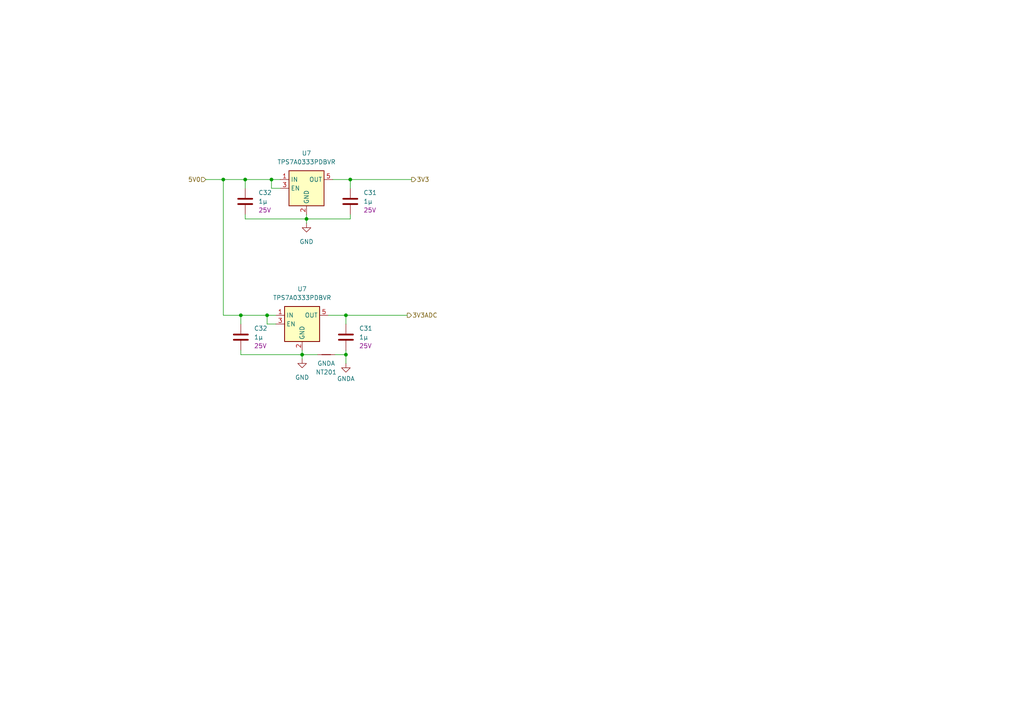
<source format=kicad_sch>
(kicad_sch (version 20230121) (generator eeschema)
  (paper "A4")
  (lib_symbols
    (symbol "Device:NetTie_2" (pin_numbers hide) (pin_names (offset 0) hide) (in_bom no)
      (property "Reference" "NT" (at 0 1.27 0))
      (property "Value" "NetTie_2" (at 0 -1.27 0))
      (symbol "NetTie_2_0_1"
        (polyline (pts (xy -1.27 0) (xy 1.27 0)) (stroke (width 0.254)))
      )
      (symbol "NetTie_2_1_1"
        (pin passive line (at -2.54 0 0) (length 2.54) (name "1") (number "1"))
        (pin passive line (at 2.54 0 180) (length 2.54) (name "2") (number "2"))
      )
    )
    (symbol "ETI_lib:Capacitor_0603/EBS10417" (pin_numbers hide) (pin_names (offset 0.254))
      (property "Reference" "C" (at 0.635 2.54 0))
      (property "Value" "1µ" (at 0.635 -2.54 0))
      (property "Voltage" "25V" (at 0 0 0))
      (symbol "Capacitor_0603/EBS10417_0_1"
        (polyline (pts (xy -2.032 -0.762) (xy 2.032 -0.762)) (stroke (width 0.508)))
        (polyline (pts (xy -2.032 0.762) (xy 2.032 0.762)) (stroke (width 0.508)))
      )
      (symbol "Capacitor_0603/EBS10417_1_1"
        (pin passive line (at 0 3.81 270) (length 2.794) (name "~") (number "1"))
        (pin passive line (at 0 -3.81 90) (length 2.794) (name "~") (number "2"))
      )
    )
    (symbol "Regulator_Linear:TPS7A0533PDBV"
      (property "Reference" "U" (at -3.81 6.35 0))
      (property "Value" "TPS7A0533PDBV" (at 6.35 6.35 0))
      (symbol "TPS7A0533PDBV_0_1"
        (rectangle (start -5.08 -5.08) (end 5.08 5.08) (stroke (width 0.254)) (fill (type background)))
        (pin power_in line (at -7.62 2.54 0) (length 2.54) (name "IN") (number "1"))
        (pin power_in line (at 0 -7.62 90) (length 2.54) (name "GND") (number "2"))
        (pin input line (at -7.62 0 0) (length 2.54) (name "EN") (number "3"))
        (pin no_connect line (at 5.08 0 180) (length 2.54) hide (name "NC") (number "4"))
        (pin power_out line (at 7.62 2.54 180) (length 2.54) (name "OUT") (number "5"))
      )
    )
    (symbol "power:GND" (power) (pin_names (offset 0))
      (property "Value" "GND" (at 0 -3.81 0))
      (symbol "GND_0_1"
        (polyline (pts (xy 0 0) (xy 0 -1.27) (xy 1.27 -1.27) (xy 0 -2.54) (xy -1.27 -1.27) (xy 0 -1.27)))
      )
      (symbol "GND_1_1"
        (pin power_in line (at 0 0 270) (length 0) hide (name "GND") (number "1"))
      )
    )
    (symbol "power:GNDA" (power) (pin_names (offset 0))
      (property "Value" "GNDA" (at 0 -3.81 0))
      (symbol "GNDA_0_1"
        (polyline (pts (xy 0 0) (xy 0 -1.27) (xy 1.27 -1.27) (xy 0 -2.54) (xy -1.27 -1.27) (xy 0 -1.27)))
      )
      (symbol "GNDA_1_1"
        (pin power_in line (at 0 0 270) (length 0) hide (name "GNDA") (number "1"))
      )
    )
  )
  (junction (at 77.47 91.44))
  (junction (at 71.12 52.07))
  (junction (at 78.74 52.07))
  (junction (at 101.6 52.07))
  (junction (at 87.63 102.87))
  (junction (at 88.9 63.5))
  (junction (at 69.85 91.44))
  (junction (at 100.33 91.44))
  (junction (at 64.77 52.07))
  (junction (at 100.33 102.87))
  (wire (pts (xy 100.33 91.44) (xy 118.11 91.44)))
  (wire (pts (xy 69.85 91.44) (xy 77.47 91.44)))
  (wire (pts (xy 97.155 102.87) (xy 100.33 102.87)))
  (wire (pts (xy 87.63 101.6) (xy 87.63 102.87)))
  (wire (pts (xy 95.25 91.44) (xy 100.33 91.44)))
  (wire (pts (xy 88.9 63.5) (xy 71.12 63.5)))
  (wire (pts (xy 101.6 52.07) (xy 101.6 54.61)))
  (wire (pts (xy 69.85 93.98) (xy 69.85 91.44)))
  (wire (pts (xy 100.33 102.87) (xy 100.33 105.41)))
  (wire (pts (xy 88.9 62.23) (xy 88.9 63.5)))
  (wire (pts (xy 64.77 91.44) (xy 69.85 91.44)))
  (wire (pts (xy 78.74 52.07) (xy 81.28 52.07)))
  (wire (pts (xy 78.74 54.61) (xy 78.74 52.07)))
  (wire (pts (xy 71.12 52.07) (xy 78.74 52.07)))
  (wire (pts (xy 77.47 93.98) (xy 77.47 91.44)))
  (wire (pts (xy 59.69 52.07) (xy 64.77 52.07)))
  (wire (pts (xy 77.47 91.44) (xy 80.01 91.44)))
  (wire (pts (xy 69.85 102.87) (xy 69.85 101.6)))
  (wire (pts (xy 64.77 91.44) (xy 64.77 52.07)))
  (wire (pts (xy 88.9 63.5) (xy 88.9 64.77)))
  (wire (pts (xy 100.33 91.44) (xy 100.33 93.98)))
  (wire (pts (xy 87.63 102.87) (xy 69.85 102.87)))
  (wire (pts (xy 64.77 52.07) (xy 71.12 52.07)))
  (wire (pts (xy 81.28 54.61) (xy 78.74 54.61)))
  (wire (pts (xy 80.01 93.98) (xy 77.47 93.98)))
  (wire (pts (xy 100.33 101.6) (xy 100.33 102.87)))
  (wire (pts (xy 71.12 54.61) (xy 71.12 52.07)))
  (wire (pts (xy 87.63 102.87) (xy 92.075 102.87)))
  (wire (pts (xy 87.63 102.87) (xy 87.63 104.14)))
  (wire (pts (xy 96.52 52.07) (xy 101.6 52.07)))
  (wire (pts (xy 101.6 63.5) (xy 88.9 63.5)))
  (wire (pts (xy 101.6 62.23) (xy 101.6 63.5)))
  (wire (pts (xy 71.12 63.5) (xy 71.12 62.23)))
  (wire (pts (xy 101.6 52.07) (xy 119.38 52.07)))
  (hierarchical_label "3V3" (shape output) (at 119.38 52.07 0))
  (hierarchical_label "3V3ADC" (shape output) (at 118.11 91.44 0))
  (hierarchical_label "5V0" (shape input) (at 59.69 52.07 180))
  (symbol (lib_id "Regulator_Linear:TPS7A0533PDBV") (at 87.63 93.98 0) (unit 1)
    (property "Reference" "U7" (at 87.63 83.82 0))
    (property "Value" "TPS7A0333PDBVR" (at 87.63 86.36 0))
    (property "Footprint" "Package_TO_SOT_SMD:SOT-23-5" (effects hide))
    (property "Datasheet" "https://www.ti.com/lit/ds/symlink/tps7a05.pdf" (effects hide))
    (instances (project "PVBatteryInverter_Mainboard" (path "" (reference "U7") (unit 1)) (path "" (reference "U601") (unit 1))))
  )
  (symbol (lib_id "power:GND") (at 87.63 104.14 0) (unit 1)
    (property "Reference" "#PWR035" (effects hide))
    (property "Value" "GND" (at 87.63 109.474 0))
    (instances (project "PVBatteryInverter_Mainboard" (path "" (reference "#PWR035") (unit 1)) (path "" (reference "#PWR0601") (unit 1))))
  )
  (symbol (lib_id "ETI_lib:Capacitor_0603/EBS10417") (at 71.12 58.42 0) (unit 1)
    (property "Reference" "C32" (at 74.93 55.88 0) (effects (justify left)))
    (property "Value" "1µ" (at 74.93 58.42 0) (effects (justify left)))
    (property "Footprint" "Capacitor_SMD:C_0603_1608Metric" (effects hide))
    (property "EBS-URL" "https://ebs.eti.kit.edu/Artikel/10417" (effects hide))
    (property "Voltage" "25V" (at 74.93 60.96 0) (effects (justify left)))
    (property "Dielectric" "-" (effects hide))
    (property "Tolerance" "10%" (effects hide))
    (property "StoragePosition" "STATIC A/A/28" (effects hide))
    (property "StorageQuantity" "4000" (effects hide))
    (property "LatestOrderId" "ETI FR 22/148" (effects hide))
    (property "LatestOrderDate" "25-02-2022" (effects hide))
    (property "LatestOrderBy" "Nikolas Menger" (effects hide))
    (property "LatestPrice" "0.00659 €" (effects hide))
    (property "LatestOrderQuantity" "4000.00" (effects hide))
    (instances (project "PVBatteryInverter_Mainboard" (path "" (reference "C32") (unit 1)) (path "" (reference "C602") (unit 1))))
  )
  (symbol (lib_id "ETI_lib:Capacitor_0603/EBS10417") (at 101.6 58.42 0) (unit 1)
    (property "Reference" "C31" (at 105.41 55.88 0) (effects (justify left)))
    (property "Value" "1µ" (at 105.41 58.42 0) (effects (justify left)))
    (property "Footprint" "Capacitor_SMD:C_0603_1608Metric" (effects hide))
    (property "EBS-URL" "https://ebs.eti.kit.edu/Artikel/10417" (effects hide))
    (property "Voltage" "25V" (at 105.41 60.96 0) (effects (justify left)))
    (property "Dielectric" "-" (effects hide))
    (property "Tolerance" "10%" (effects hide))
    (property "StoragePosition" "STATIC A/A/28" (effects hide))
    (property "StorageQuantity" "4000" (effects hide))
    (property "LatestOrderId" "ETI FR 22/148" (effects hide))
    (property "LatestOrderDate" "25-02-2022" (effects hide))
    (property "LatestOrderBy" "Nikolas Menger" (effects hide))
    (property "LatestPrice" "0.00659 €" (effects hide))
    (property "LatestOrderQuantity" "4000.00" (effects hide))
    (instances (project "PVBatteryInverter_Mainboard" (path "" (reference "C31") (unit 1)) (path "" (reference "C604") (unit 1))))
  )
  (symbol (lib_id "ETI_lib:Capacitor_0603/EBS10417") (at 69.85 97.79 0) (unit 1)
    (property "Reference" "C32" (at 73.66 95.25 0) (effects (justify left)))
    (property "Value" "1µ" (at 73.66 97.79 0) (effects (justify left)))
    (property "Footprint" "Capacitor_SMD:C_0603_1608Metric" (effects hide))
    (property "EBS-URL" "https://ebs.eti.kit.edu/Artikel/10417" (effects hide))
    (property "Voltage" "25V" (at 73.66 100.33 0) (effects (justify left)))
    (property "Dielectric" "-" (effects hide))
    (property "Tolerance" "10%" (effects hide))
    (property "StoragePosition" "STATIC A/A/28" (effects hide))
    (property "StorageQuantity" "4000" (effects hide))
    (property "LatestOrderId" "ETI FR 22/148" (effects hide))
    (property "LatestOrderDate" "25-02-2022" (effects hide))
    (property "LatestOrderBy" "Nikolas Menger" (effects hide))
    (property "LatestPrice" "0.00659 €" (effects hide))
    (property "LatestOrderQuantity" "4000.00" (effects hide))
    (instances (project "PVBatteryInverter_Mainboard" (path "" (reference "C32") (unit 1)) (path "" (reference "C601") (unit 1))))
  )
  (symbol (lib_id "Regulator_Linear:TPS7A0533PDBV") (at 88.9 54.61 0) (unit 1)
    (property "Reference" "U7" (at 88.9 44.45 0))
    (property "Value" "TPS7A0333PDBVR" (at 88.9 46.99 0))
    (property "Footprint" "Package_TO_SOT_SMD:SOT-23-5" (effects hide))
    (property "Datasheet" "https://www.ti.com/lit/ds/symlink/tps7a05.pdf" (effects hide))
    (instances (project "PVBatteryInverter_Mainboard" (path "" (reference "U7") (unit 1)) (path "" (reference "U602") (unit 1))))
  )
  (symbol (lib_id "Device:NetTie_2") (at 94.615 102.87 180) (unit 1) (in_bom no)
    (property "Reference" "NT201" (at 94.615 107.95 0))
    (property "Value" "GNDA" (at 94.615 105.41 0))
    (property "Footprint" "NetTie:NetTie-2_SMD_Pad0.5mm" (effects hide))
    (instances (project "GaNius_DPT_Mainboard" (path "" (reference "NT201") (unit 1))) (project "PVBatteryInverter_Mainboard" (path "" (reference "NT201") (unit 1)) (path "" (reference "NT601") (unit 1))))
  )
  (symbol (lib_id "power:GND") (at 88.9 64.77 0) (unit 1)
    (property "Reference" "#PWR035" (effects hide))
    (property "Value" "GND" (at 88.9 70.104 0))
    (instances (project "PVBatteryInverter_Mainboard" (path "" (reference "#PWR035") (unit 1)) (path "" (reference "#PWR0602") (unit 1))))
  )
  (symbol (lib_id "power:GNDA") (at 100.33 105.41 0) (unit 1)
    (property "Reference" "#PWR04" (effects hide))
    (property "Value" "GNDA" (at 100.33 109.855 0))
  )
  (symbol (lib_id "ETI_lib:Capacitor_0603/EBS10417") (at 100.33 97.79 0) (unit 1)
    (property "Reference" "C31" (at 104.14 95.25 0) (effects (justify left)))
    (property "Value" "1µ" (at 104.14 97.79 0) (effects (justify left)))
    (property "Footprint" "Capacitor_SMD:C_0603_1608Metric" (effects hide))
    (property "EBS-URL" "https://ebs.eti.kit.edu/Artikel/10417" (effects hide))
    (property "Voltage" "25V" (at 104.14 100.33 0) (effects (justify left)))
    (property "Dielectric" "-" (effects hide))
    (property "Tolerance" "10%" (effects hide))
    (property "StoragePosition" "STATIC A/A/28" (effects hide))
    (property "StorageQuantity" "4000" (effects hide))
    (property "LatestOrderId" "ETI FR 22/148" (effects hide))
    (property "LatestOrderDate" "25-02-2022" (effects hide))
    (property "LatestOrderBy" "Nikolas Menger" (effects hide))
    (property "LatestPrice" "0.00659 €" (effects hide))
    (property "LatestOrderQuantity" "4000.00" (effects hide))
    (instances (project "PVBatteryInverter_Mainboard" (path "" (reference "C31") (unit 1)) (path "" (reference "C603") (unit 1))))
  )
)
</source>
